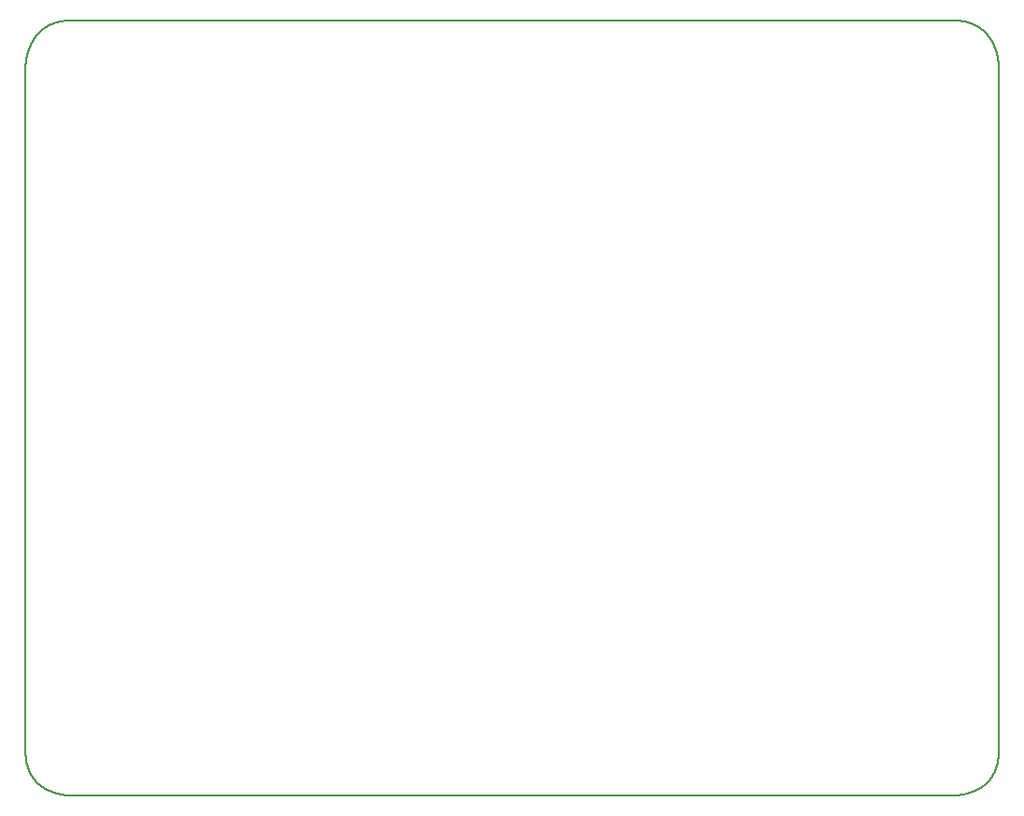
<source format=gbr>
%TF.GenerationSoftware,KiCad,Pcbnew,9.0.0*%
%TF.CreationDate,2025-05-12T01:14:56+07:00*%
%TF.ProjectId,bittheater,62697474-6865-4617-9465-722e6b696361,rev?*%
%TF.SameCoordinates,Original*%
%TF.FileFunction,Profile,NP*%
%FSLAX46Y46*%
G04 Gerber Fmt 4.6, Leading zero omitted, Abs format (unit mm)*
G04 Created by KiCad (PCBNEW 9.0.0) date 2025-05-12 01:14:56*
%MOMM*%
%LPD*%
G01*
G04 APERTURE LIST*
%ADD10C,0.200000*%
%TA.AperFunction,Profile*%
%ADD11C,0.200000*%
%TD*%
G04 APERTURE END LIST*
D10*
X175650000Y-130570000D02*
X175649990Y-130581013D01*
X175649960Y-130592005D01*
X175649910Y-130602978D01*
X175649840Y-130613931D01*
X175649751Y-130624864D01*
X175649641Y-130635777D01*
X175649512Y-130646671D01*
X175649363Y-130657544D01*
X175649194Y-130668398D01*
X175649006Y-130679232D01*
X175648798Y-130690047D01*
X175648570Y-130700842D01*
X175648323Y-130711617D01*
X175648056Y-130722373D01*
X175647770Y-130733109D01*
X175647464Y-130743826D01*
X175647139Y-130754523D01*
X175646795Y-130765201D01*
X175646431Y-130775860D01*
X175646048Y-130786499D01*
X175645645Y-130797119D01*
X175645223Y-130807719D01*
X175644782Y-130818301D01*
X175644322Y-130828863D01*
X175643843Y-130839406D01*
X175643344Y-130849930D01*
X175642826Y-130860435D01*
X175642290Y-130870921D01*
X175641734Y-130881388D01*
X175641159Y-130891835D01*
X175640566Y-130902264D01*
X175639953Y-130912674D01*
X175639321Y-130923066D01*
X175638671Y-130933437D01*
X175638002Y-130943791D01*
X175637314Y-130954126D01*
X175636607Y-130964442D01*
X175635881Y-130974739D01*
X175635137Y-130985018D01*
X175634374Y-130995277D01*
X175633592Y-131005519D01*
X175632792Y-131015741D01*
X175631973Y-131025946D01*
X175631136Y-131036131D01*
X175630280Y-131046299D01*
X175629405Y-131056448D01*
X175628512Y-131066579D01*
X175627601Y-131076690D01*
X175626671Y-131086785D01*
X175625723Y-131096860D01*
X175624757Y-131106917D01*
X175623772Y-131116956D01*
X175622769Y-131126977D01*
X175621747Y-131136980D01*
X175620708Y-131146965D01*
X175619650Y-131156931D01*
X175618574Y-131166880D01*
X175617480Y-131176810D01*
X175616367Y-131186723D01*
X175615237Y-131196617D01*
X175614089Y-131206494D01*
X175612922Y-131216353D01*
X175611738Y-131226194D01*
X175610535Y-131236017D01*
X175609315Y-131245823D01*
X175608077Y-131255610D01*
X175606820Y-131265380D01*
X175605546Y-131275132D01*
X175604254Y-131284867D01*
X175602945Y-131294584D01*
X175601617Y-131304284D01*
X175600272Y-131313965D01*
X175598909Y-131323630D01*
X175597528Y-131333276D01*
X175596129Y-131342907D01*
X175594713Y-131352518D01*
X175593280Y-131362114D01*
X175591828Y-131371690D01*
X175590359Y-131381251D01*
X175588873Y-131390793D01*
X175587369Y-131400319D01*
X175585847Y-131409827D01*
X175584308Y-131419319D01*
X175582752Y-131428792D01*
X175581178Y-131438250D01*
X175579587Y-131447689D01*
X175577978Y-131457113D01*
X175576352Y-131466518D01*
X175574708Y-131475907D01*
X175573048Y-131485278D01*
X175571369Y-131494634D01*
X175569674Y-131503971D01*
X175567962Y-131513293D01*
X175566232Y-131522597D01*
X175564485Y-131531885D01*
X175562721Y-131541155D01*
X175560939Y-131550411D01*
X175559141Y-131559647D01*
X175557325Y-131568869D01*
X175555493Y-131578072D01*
X175553643Y-131587261D01*
X175551777Y-131596431D01*
X175549893Y-131605586D01*
X175547992Y-131614723D01*
X175546074Y-131623846D01*
X175544140Y-131632950D01*
X175542188Y-131642039D01*
X175540219Y-131651111D01*
X175538234Y-131660168D01*
X175536232Y-131669206D01*
X175534212Y-131678231D01*
X175532176Y-131687237D01*
X175530123Y-131696229D01*
X175528054Y-131705202D01*
X175525967Y-131714162D01*
X175523864Y-131723103D01*
X175521744Y-131732031D01*
X175519608Y-131740940D01*
X175517454Y-131749835D01*
X175515285Y-131758712D01*
X175513098Y-131767575D01*
X175510895Y-131776421D01*
X175508675Y-131785252D01*
X175506438Y-131794065D01*
X175504185Y-131802865D01*
X175501916Y-131811647D01*
X175499629Y-131820415D01*
X175497327Y-131829165D01*
X175495007Y-131837902D01*
X175492672Y-131846621D01*
X175490319Y-131855326D01*
X175487951Y-131864013D01*
X175485565Y-131872687D01*
X175483164Y-131881343D01*
X175480745Y-131889986D01*
X175478311Y-131898611D01*
X175475860Y-131907223D01*
X175473393Y-131915817D01*
X175470910Y-131924399D01*
X175468410Y-131932962D01*
X175465894Y-131941512D01*
X175463361Y-131950044D01*
X175460812Y-131958564D01*
X175458248Y-131967066D01*
X175455666Y-131975555D01*
X175453069Y-131984026D01*
X175450455Y-131992485D01*
X175447825Y-132000926D01*
X175445178Y-132009354D01*
X175442517Y-132017764D01*
X175437143Y-132034543D01*
X175431706Y-132051261D01*
X175426203Y-132067920D01*
X175420637Y-132084518D01*
X175415006Y-132101058D01*
X175409310Y-132117537D01*
X175403551Y-132133958D01*
X175397728Y-132150320D01*
X175391841Y-132166624D01*
X175385890Y-132182869D01*
X175379875Y-132199055D01*
X175373797Y-132215184D01*
X175367655Y-132231255D01*
X175361450Y-132247269D01*
X175355181Y-132263225D01*
X175348849Y-132279123D01*
X175342454Y-132294965D01*
X175335995Y-132310750D01*
X175329474Y-132326479D01*
X175322889Y-132342151D01*
X175316241Y-132357767D01*
X175309531Y-132373327D01*
X175302757Y-132388831D01*
X175295920Y-132404280D01*
X175289021Y-132419673D01*
X175282059Y-132435011D01*
X175275034Y-132450294D01*
X175267947Y-132465522D01*
X175260797Y-132480695D01*
X175253584Y-132495814D01*
X175246309Y-132510879D01*
X175238971Y-132525889D01*
X175231571Y-132540846D01*
X175224108Y-132555749D01*
X175216583Y-132570598D01*
X175208995Y-132585393D01*
X175201345Y-132600136D01*
X175193633Y-132614825D01*
X175185858Y-132629462D01*
X175178020Y-132644045D01*
X175170121Y-132658576D01*
X175162159Y-132673055D01*
X175154134Y-132687481D01*
X175146047Y-132701855D01*
X175137898Y-132716177D01*
X175129687Y-132730447D01*
X175121413Y-132744666D01*
X175113076Y-132758833D01*
X175104678Y-132772948D01*
X175096217Y-132787012D01*
X175087693Y-132801025D01*
X175079107Y-132814988D01*
X175070459Y-132828899D01*
X175061748Y-132842759D01*
X175052974Y-132856569D01*
X175044138Y-132870329D01*
X175035239Y-132884038D01*
X175026278Y-132897697D01*
X175017254Y-132911306D01*
X175008168Y-132924865D01*
X174999018Y-132938374D01*
X174989806Y-132951833D01*
X174980532Y-132965243D01*
X174971194Y-132978603D01*
X174961793Y-132991914D01*
X174952330Y-133005176D01*
X174942803Y-133018388D01*
X174933214Y-133031551D01*
X174923561Y-133044666D01*
X174913845Y-133057731D01*
X174904066Y-133070748D01*
X174894223Y-133083716D01*
X174884318Y-133096635D01*
X174874349Y-133109506D01*
X174864316Y-133122328D01*
X174854220Y-133135102D01*
X174844060Y-133147828D01*
X174833836Y-133160505D01*
X174823549Y-133173135D01*
X174813198Y-133185716D01*
X174802783Y-133198249D01*
X174792304Y-133210735D01*
X174781761Y-133223172D01*
X174771153Y-133235562D01*
X174760482Y-133247904D01*
X174749746Y-133260199D01*
X174738946Y-133272445D01*
X174728081Y-133284645D01*
X174717151Y-133296796D01*
X174706157Y-133308901D01*
X174695098Y-133320957D01*
X174683975Y-133332967D01*
X174672786Y-133344929D01*
X174661532Y-133356844D01*
X174650213Y-133368711D01*
X174638829Y-133380532D01*
X174627379Y-133392305D01*
X174615864Y-133404030D01*
X174604283Y-133415709D01*
X174592637Y-133427341D01*
X174580925Y-133438925D01*
X174569147Y-133450462D01*
X174557303Y-133461952D01*
X174545393Y-133473395D01*
X174533416Y-133484791D01*
X174521374Y-133496140D01*
X174509265Y-133507442D01*
X174497089Y-133518696D01*
X174484847Y-133529904D01*
X174472538Y-133541064D01*
X174460162Y-133552177D01*
X174447720Y-133563243D01*
X174435210Y-133574262D01*
X174422633Y-133585234D01*
X174409988Y-133596158D01*
X174397277Y-133607035D01*
X174384497Y-133617865D01*
X174371651Y-133628648D01*
X174358736Y-133639383D01*
X174345754Y-133650071D01*
X174332703Y-133660711D01*
X174319585Y-133671304D01*
X174306398Y-133681849D01*
X174293143Y-133692347D01*
X174279820Y-133702797D01*
X174266428Y-133713199D01*
X174252967Y-133723554D01*
X174239438Y-133733861D01*
X174225840Y-133744119D01*
X174212173Y-133754330D01*
X174198437Y-133764493D01*
X174184632Y-133774608D01*
X174170757Y-133784674D01*
X174156814Y-133794693D01*
X174142800Y-133804663D01*
X174128718Y-133814584D01*
X174114565Y-133824457D01*
X174100343Y-133834281D01*
X174086051Y-133844056D01*
X174071690Y-133853783D01*
X174057258Y-133863460D01*
X174042756Y-133873089D01*
X174028184Y-133882668D01*
X174013542Y-133892198D01*
X173998829Y-133901678D01*
X173984046Y-133911109D01*
X173969193Y-133920491D01*
X173954269Y-133929822D01*
X173939274Y-133939103D01*
X173924209Y-133948335D01*
X173909073Y-133957516D01*
X173893867Y-133966647D01*
X173878589Y-133975727D01*
X173863241Y-133984756D01*
X173847822Y-133993735D01*
X173832331Y-134002663D01*
X173816770Y-134011539D01*
X173801138Y-134020365D01*
X173785435Y-134029138D01*
X173769660Y-134037860D01*
X173753815Y-134046531D01*
X173737898Y-134055149D01*
X173721911Y-134063715D01*
X173705852Y-134072228D01*
X173689722Y-134080689D01*
X173673521Y-134089098D01*
X173657249Y-134097453D01*
X173640907Y-134105755D01*
X173624493Y-134114004D01*
X173608008Y-134122199D01*
X173591452Y-134130340D01*
X173574826Y-134138427D01*
X173558128Y-134146460D01*
X173541360Y-134154439D01*
X173524522Y-134162363D01*
X173507613Y-134170232D01*
X173490633Y-134178045D01*
X173473583Y-134185804D01*
X173456464Y-134193506D01*
X173439274Y-134201153D01*
X173422014Y-134208744D01*
X173404684Y-134216278D01*
X173387285Y-134223756D01*
X173369817Y-134231176D01*
X173352279Y-134238540D01*
X173334672Y-134245846D01*
X173316997Y-134253094D01*
X173299253Y-134260284D01*
X173281441Y-134267416D01*
X173263561Y-134274489D01*
X173245613Y-134281504D01*
X173227598Y-134288459D01*
X173209515Y-134295355D01*
X173191366Y-134302191D01*
X173173151Y-134308967D01*
X173154869Y-134315682D01*
X173136522Y-134322337D01*
X173118110Y-134328930D01*
X173099633Y-134335463D01*
X173081091Y-134341933D01*
X173062486Y-134348342D01*
X173043818Y-134354688D01*
X173025086Y-134360971D01*
X173006293Y-134367191D01*
X172987438Y-134373348D01*
X172968521Y-134379441D01*
X172949545Y-134385470D01*
X172930509Y-134391435D01*
X172911414Y-134397334D01*
X172892261Y-134403168D01*
X172873050Y-134408936D01*
X172853783Y-134414639D01*
X172834460Y-134420275D01*
X172815082Y-134425844D01*
X172795651Y-134431346D01*
X172776166Y-134436780D01*
X172756630Y-134442146D01*
X172737043Y-134447443D01*
X172717407Y-134452672D01*
X172697722Y-134457831D01*
X172677991Y-134462920D01*
X172658213Y-134467940D01*
X172638391Y-134472888D01*
X172618527Y-134477765D01*
X172598621Y-134482571D01*
X172578675Y-134487305D01*
X172558691Y-134491966D01*
X172538671Y-134496554D01*
X172518616Y-134501068D01*
X172498529Y-134505509D01*
X172478411Y-134509875D01*
X172458265Y-134514166D01*
X172438093Y-134518381D01*
X172417898Y-134522521D01*
X172397681Y-134526584D01*
X172377446Y-134530569D01*
X172357195Y-134534477D01*
X172336931Y-134538307D01*
X172316658Y-134542058D01*
X172296378Y-134545730D01*
X172276095Y-134549322D01*
X172255814Y-134552834D01*
X172235536Y-134556264D01*
X172215268Y-134559613D01*
X172195013Y-134562879D01*
X172174776Y-134566063D01*
X172154561Y-134569163D01*
X172134375Y-134572179D01*
X172114222Y-134575110D01*
X172094109Y-134577956D01*
X172074042Y-134580716D01*
X172054028Y-134583389D01*
X172034075Y-134585974D01*
X172014190Y-134588471D01*
X171994382Y-134590880D01*
X171974660Y-134593199D01*
X171955035Y-134595427D01*
X171935518Y-134597565D01*
X171916120Y-134599610D01*
X171896854Y-134601564D01*
X171877736Y-134603423D01*
X171858780Y-134605189D01*
X171840005Y-134606859D01*
X171821431Y-134608434D01*
X171803079Y-134609912D01*
X171784975Y-134611293D01*
X171767146Y-134612575D01*
X171749627Y-134613758D01*
X171732455Y-134614841D01*
X171715675Y-134615823D01*
X171699341Y-134616703D01*
X171683518Y-134617480D01*
X171668290Y-134618153D01*
X171653760Y-134618722D01*
X171640072Y-134619186D01*
X171627427Y-134619544D01*
X171616139Y-134619796D01*
X171606769Y-134619945D01*
X171600000Y-134620000D01*
D11*
X91500000Y-134620000D02*
X171600000Y-134620000D01*
D10*
X91500000Y-64350000D02*
X91489255Y-64350010D01*
X91478529Y-64350040D01*
X91467821Y-64350090D01*
X91457133Y-64350160D01*
X91446463Y-64350249D01*
X91435812Y-64350359D01*
X91425180Y-64350488D01*
X91414567Y-64350637D01*
X91403972Y-64350806D01*
X91393395Y-64350994D01*
X91382838Y-64351202D01*
X91372299Y-64351430D01*
X91361778Y-64351677D01*
X91351276Y-64351944D01*
X91340792Y-64352230D01*
X91330327Y-64352536D01*
X91319880Y-64352862D01*
X91309452Y-64353206D01*
X91299041Y-64353570D01*
X91288649Y-64353954D01*
X91278276Y-64354357D01*
X91267920Y-64354779D01*
X91257583Y-64355220D01*
X91247264Y-64355681D01*
X91236962Y-64356160D01*
X91226680Y-64356659D01*
X91216414Y-64357177D01*
X91206168Y-64357714D01*
X91195938Y-64358271D01*
X91185728Y-64358846D01*
X91175534Y-64359440D01*
X91165359Y-64360053D01*
X91155201Y-64360685D01*
X91145062Y-64361336D01*
X91134940Y-64362006D01*
X91124836Y-64362695D01*
X91114749Y-64363403D01*
X91104680Y-64364129D01*
X91094629Y-64364874D01*
X91084596Y-64365638D01*
X91074579Y-64366421D01*
X91064581Y-64367222D01*
X91054600Y-64368042D01*
X91044637Y-64368881D01*
X91034690Y-64369738D01*
X91024762Y-64370613D01*
X91014850Y-64371508D01*
X91004956Y-64372420D01*
X90995079Y-64373351D01*
X90985220Y-64374301D01*
X90975377Y-64375269D01*
X90965553Y-64376255D01*
X90955744Y-64377260D01*
X90945954Y-64378283D01*
X90936180Y-64379325D01*
X90926424Y-64380384D01*
X90916683Y-64381462D01*
X90906961Y-64382558D01*
X90897255Y-64383673D01*
X90887567Y-64384805D01*
X90877895Y-64385956D01*
X90868240Y-64387125D01*
X90858602Y-64388311D01*
X90848981Y-64389516D01*
X90839376Y-64390739D01*
X90829789Y-64391980D01*
X90820217Y-64393239D01*
X90810663Y-64394516D01*
X90801125Y-64395811D01*
X90791604Y-64397123D01*
X90782099Y-64398454D01*
X90772612Y-64399803D01*
X90763140Y-64401169D01*
X90753685Y-64402553D01*
X90744246Y-64403955D01*
X90734825Y-64405374D01*
X90725418Y-64406812D01*
X90716029Y-64408267D01*
X90706655Y-64409740D01*
X90697299Y-64411230D01*
X90687958Y-64412738D01*
X90678634Y-64414264D01*
X90669325Y-64415807D01*
X90660034Y-64417368D01*
X90650758Y-64418947D01*
X90641499Y-64420543D01*
X90632254Y-64422156D01*
X90623027Y-64423787D01*
X90613815Y-64425435D01*
X90604620Y-64427101D01*
X90595440Y-64428785D01*
X90586277Y-64430485D01*
X90577128Y-64432203D01*
X90567997Y-64433938D01*
X90558880Y-64435691D01*
X90549780Y-64437461D01*
X90540694Y-64439249D01*
X90531626Y-64441053D01*
X90522572Y-64442875D01*
X90513536Y-64444714D01*
X90504513Y-64446570D01*
X90495507Y-64448443D01*
X90486515Y-64450334D01*
X90477541Y-64452242D01*
X90468581Y-64454167D01*
X90459637Y-64456108D01*
X90450708Y-64458068D01*
X90441795Y-64460044D01*
X90432896Y-64462037D01*
X90424015Y-64464047D01*
X90415146Y-64466074D01*
X90406296Y-64468118D01*
X90397458Y-64470180D01*
X90388638Y-64472258D01*
X90379830Y-64474353D01*
X90371041Y-64476465D01*
X90362264Y-64478594D01*
X90353504Y-64480739D01*
X90344757Y-64482902D01*
X90336028Y-64485081D01*
X90327311Y-64487278D01*
X90318612Y-64489491D01*
X90309925Y-64491721D01*
X90301256Y-64493968D01*
X90292599Y-64496231D01*
X90283960Y-64498511D01*
X90275333Y-64500809D01*
X90266723Y-64503122D01*
X90258125Y-64505453D01*
X90249545Y-64507799D01*
X90240977Y-64510164D01*
X90232427Y-64512544D01*
X90223888Y-64514941D01*
X90215367Y-64517354D01*
X90206858Y-64519785D01*
X90198366Y-64522232D01*
X90189886Y-64524696D01*
X90181423Y-64527175D01*
X90164539Y-64532185D01*
X90147712Y-64537261D01*
X90130943Y-64542403D01*
X90114231Y-64547611D01*
X90097577Y-64552884D01*
X90080979Y-64558224D01*
X90064439Y-64563629D01*
X90047955Y-64569099D01*
X90031528Y-64574635D01*
X90015156Y-64580236D01*
X89998841Y-64585903D01*
X89982581Y-64591635D01*
X89966378Y-64597431D01*
X89950229Y-64603293D01*
X89934135Y-64609220D01*
X89918097Y-64615211D01*
X89902113Y-64621268D01*
X89886184Y-64627389D01*
X89870309Y-64633575D01*
X89854488Y-64639825D01*
X89838722Y-64646140D01*
X89823009Y-64652519D01*
X89807349Y-64658963D01*
X89791743Y-64665472D01*
X89776191Y-64672044D01*
X89760691Y-64678681D01*
X89745244Y-64685382D01*
X89729850Y-64692147D01*
X89714508Y-64698977D01*
X89699218Y-64705871D01*
X89683981Y-64712828D01*
X89668796Y-64719850D01*
X89653662Y-64726936D01*
X89638580Y-64734086D01*
X89623549Y-64741300D01*
X89608570Y-64748578D01*
X89593641Y-64755920D01*
X89578764Y-64763326D01*
X89563937Y-64770795D01*
X89549161Y-64778329D01*
X89534435Y-64785927D01*
X89519760Y-64793588D01*
X89505135Y-64801314D01*
X89490559Y-64809103D01*
X89476034Y-64816957D01*
X89461558Y-64824874D01*
X89447132Y-64832855D01*
X89432755Y-64840900D01*
X89418427Y-64849009D01*
X89404148Y-64857183D01*
X89389918Y-64865420D01*
X89375737Y-64873721D01*
X89361605Y-64882086D01*
X89347521Y-64890516D01*
X89333486Y-64899009D01*
X89319499Y-64907567D01*
X89305560Y-64916188D01*
X89291669Y-64924874D01*
X89277826Y-64933625D01*
X89264030Y-64942439D01*
X89250282Y-64951318D01*
X89236582Y-64960261D01*
X89222930Y-64969269D01*
X89209324Y-64978341D01*
X89195766Y-64987477D01*
X89182254Y-64996678D01*
X89168790Y-65005944D01*
X89155373Y-65015275D01*
X89142002Y-65024670D01*
X89128678Y-65034130D01*
X89115401Y-65043655D01*
X89102170Y-65053245D01*
X89088985Y-65062900D01*
X89075847Y-65072620D01*
X89062755Y-65082405D01*
X89049709Y-65092255D01*
X89036709Y-65102171D01*
X89023755Y-65112152D01*
X89010847Y-65122198D01*
X88997985Y-65132310D01*
X88985168Y-65142488D01*
X88972398Y-65152731D01*
X88959672Y-65163040D01*
X88946993Y-65173415D01*
X88934358Y-65183856D01*
X88921769Y-65194363D01*
X88909226Y-65204937D01*
X88896728Y-65215576D01*
X88884274Y-65226282D01*
X88871867Y-65237054D01*
X88859504Y-65247893D01*
X88847186Y-65258799D01*
X88834914Y-65269771D01*
X88822686Y-65280810D01*
X88810504Y-65291916D01*
X88798366Y-65303090D01*
X88786273Y-65314330D01*
X88774225Y-65325638D01*
X88762222Y-65337013D01*
X88750264Y-65348456D01*
X88738351Y-65359966D01*
X88726482Y-65371544D01*
X88714659Y-65383190D01*
X88702880Y-65394904D01*
X88691145Y-65406686D01*
X88679456Y-65418536D01*
X88667811Y-65430454D01*
X88656211Y-65442441D01*
X88644656Y-65454497D01*
X88633145Y-65466621D01*
X88621679Y-65478814D01*
X88610258Y-65491076D01*
X88598882Y-65503407D01*
X88587551Y-65515807D01*
X88576264Y-65528277D01*
X88565022Y-65540816D01*
X88553825Y-65553424D01*
X88542673Y-65566103D01*
X88531566Y-65578851D01*
X88520504Y-65591669D01*
X88509487Y-65604557D01*
X88498515Y-65617515D01*
X88487588Y-65630543D01*
X88476706Y-65643642D01*
X88465869Y-65656812D01*
X88455077Y-65670052D01*
X88444331Y-65683363D01*
X88433630Y-65696745D01*
X88422974Y-65710198D01*
X88412364Y-65723722D01*
X88401800Y-65737317D01*
X88391281Y-65750984D01*
X88380807Y-65764723D01*
X88370380Y-65778533D01*
X88359998Y-65792414D01*
X88349662Y-65806368D01*
X88339372Y-65820394D01*
X88329128Y-65834492D01*
X88318931Y-65848662D01*
X88308779Y-65862904D01*
X88298674Y-65877219D01*
X88288616Y-65891606D01*
X88278604Y-65906067D01*
X88268639Y-65920599D01*
X88258720Y-65935205D01*
X88248849Y-65949884D01*
X88239024Y-65964636D01*
X88229247Y-65979461D01*
X88219517Y-65994359D01*
X88209834Y-66009330D01*
X88200199Y-66024375D01*
X88190611Y-66039494D01*
X88181071Y-66054686D01*
X88171580Y-66069952D01*
X88162136Y-66085291D01*
X88152741Y-66100705D01*
X88143394Y-66116192D01*
X88134095Y-66131754D01*
X88124845Y-66147389D01*
X88115644Y-66163098D01*
X88106492Y-66178882D01*
X88097390Y-66194740D01*
X88088337Y-66210671D01*
X88079333Y-66226678D01*
X88070379Y-66242758D01*
X88061475Y-66258913D01*
X88052621Y-66275142D01*
X88043817Y-66291446D01*
X88035064Y-66307824D01*
X88026361Y-66324276D01*
X88017710Y-66340803D01*
X88009109Y-66357404D01*
X88000560Y-66374079D01*
X87992062Y-66390829D01*
X87983616Y-66407653D01*
X87975222Y-66424551D01*
X87966880Y-66441523D01*
X87958590Y-66458570D01*
X87950354Y-66475691D01*
X87942170Y-66492886D01*
X87934039Y-66510154D01*
X87925961Y-66527497D01*
X87917937Y-66544913D01*
X87909967Y-66562403D01*
X87902051Y-66579967D01*
X87894189Y-66597603D01*
X87886382Y-66615314D01*
X87878630Y-66633097D01*
X87870933Y-66650953D01*
X87863292Y-66668882D01*
X87855706Y-66686883D01*
X87848176Y-66704957D01*
X87840702Y-66723103D01*
X87833285Y-66741321D01*
X87825925Y-66759610D01*
X87818622Y-66777971D01*
X87811376Y-66796403D01*
X87804189Y-66814906D01*
X87797059Y-66833479D01*
X87789988Y-66852122D01*
X87782975Y-66870835D01*
X87776022Y-66889618D01*
X87769128Y-66908469D01*
X87762293Y-66927389D01*
X87755519Y-66946377D01*
X87748805Y-66965433D01*
X87742152Y-66984556D01*
X87735560Y-67003745D01*
X87729029Y-67023001D01*
X87722560Y-67042322D01*
X87716154Y-67061708D01*
X87709810Y-67081158D01*
X87703529Y-67100672D01*
X87697311Y-67120249D01*
X87691157Y-67139888D01*
X87685067Y-67159589D01*
X87679042Y-67179350D01*
X87673082Y-67199171D01*
X87667187Y-67219051D01*
X87661357Y-67238989D01*
X87655594Y-67258984D01*
X87649898Y-67279035D01*
X87644268Y-67299141D01*
X87638706Y-67319301D01*
X87633212Y-67339513D01*
X87627787Y-67359777D01*
X87622430Y-67380091D01*
X87617142Y-67400454D01*
X87611924Y-67420864D01*
X87606777Y-67441320D01*
X87601700Y-67461821D01*
X87596694Y-67482364D01*
X87591760Y-67502948D01*
X87586899Y-67523572D01*
X87582110Y-67544233D01*
X87577394Y-67564929D01*
X87572752Y-67585659D01*
X87568184Y-67606419D01*
X87563692Y-67627209D01*
X87559274Y-67648025D01*
X87554933Y-67668864D01*
X87550668Y-67689725D01*
X87546481Y-67710604D01*
X87542371Y-67731499D01*
X87538339Y-67752405D01*
X87534386Y-67773321D01*
X87530513Y-67794242D01*
X87526720Y-67815164D01*
X87523007Y-67836085D01*
X87519376Y-67856998D01*
X87515828Y-67877901D01*
X87512362Y-67898789D01*
X87508979Y-67919655D01*
X87505681Y-67940496D01*
X87502467Y-67961305D01*
X87499339Y-67982077D01*
X87496298Y-68002804D01*
X87493343Y-68023480D01*
X87490476Y-68044097D01*
X87487699Y-68064648D01*
X87485010Y-68085124D01*
X87482412Y-68105515D01*
X87479905Y-68125812D01*
X87477490Y-68146002D01*
X87475168Y-68166075D01*
X87472940Y-68186017D01*
X87470806Y-68205814D01*
X87468769Y-68225449D01*
X87466828Y-68244906D01*
X87464985Y-68264165D01*
X87463241Y-68283204D01*
X87461597Y-68301997D01*
X87460055Y-68320518D01*
X87458615Y-68338734D01*
X87457279Y-68356607D01*
X87456049Y-68374094D01*
X87454925Y-68391144D01*
X87453911Y-68407692D01*
X87453006Y-68423663D01*
X87452214Y-68438955D01*
X87451536Y-68453439D01*
X87450976Y-68466934D01*
X87450537Y-68479167D01*
X87450223Y-68489684D01*
X87450041Y-68497533D01*
X87450000Y-68500000D01*
D11*
X91500000Y-64350000D02*
X171600000Y-64350000D01*
D10*
X87450000Y-130570000D02*
X87450010Y-130581013D01*
X87450040Y-130592005D01*
X87450090Y-130602978D01*
X87450160Y-130613931D01*
X87450249Y-130624864D01*
X87450359Y-130635777D01*
X87450488Y-130646671D01*
X87450637Y-130657544D01*
X87450806Y-130668398D01*
X87450994Y-130679232D01*
X87451202Y-130690047D01*
X87451430Y-130700842D01*
X87451677Y-130711617D01*
X87451944Y-130722373D01*
X87452230Y-130733109D01*
X87452536Y-130743826D01*
X87452861Y-130754523D01*
X87453205Y-130765201D01*
X87453569Y-130775860D01*
X87453952Y-130786499D01*
X87454355Y-130797119D01*
X87454777Y-130807719D01*
X87455218Y-130818301D01*
X87455678Y-130828863D01*
X87456157Y-130839406D01*
X87456656Y-130849930D01*
X87457174Y-130860435D01*
X87457710Y-130870921D01*
X87458266Y-130881388D01*
X87458841Y-130891835D01*
X87459434Y-130902264D01*
X87460047Y-130912674D01*
X87460679Y-130923066D01*
X87461329Y-130933437D01*
X87461998Y-130943791D01*
X87462686Y-130954126D01*
X87463393Y-130964442D01*
X87464119Y-130974739D01*
X87464863Y-130985018D01*
X87465626Y-130995277D01*
X87466408Y-131005519D01*
X87467208Y-131015741D01*
X87468027Y-131025946D01*
X87468864Y-131036131D01*
X87469720Y-131046299D01*
X87470595Y-131056448D01*
X87471488Y-131066579D01*
X87472399Y-131076690D01*
X87473329Y-131086785D01*
X87474277Y-131096860D01*
X87475243Y-131106917D01*
X87476228Y-131116956D01*
X87477231Y-131126977D01*
X87478253Y-131136980D01*
X87479292Y-131146965D01*
X87480350Y-131156931D01*
X87481426Y-131166880D01*
X87482520Y-131176810D01*
X87483633Y-131186723D01*
X87484763Y-131196617D01*
X87485911Y-131206494D01*
X87487078Y-131216353D01*
X87488262Y-131226194D01*
X87489465Y-131236017D01*
X87490685Y-131245823D01*
X87491923Y-131255610D01*
X87493180Y-131265380D01*
X87494454Y-131275132D01*
X87495746Y-131284867D01*
X87497055Y-131294584D01*
X87498383Y-131304284D01*
X87499728Y-131313965D01*
X87501091Y-131323630D01*
X87502472Y-131333276D01*
X87503871Y-131342907D01*
X87505287Y-131352518D01*
X87506720Y-131362114D01*
X87508172Y-131371690D01*
X87509641Y-131381251D01*
X87511127Y-131390793D01*
X87512631Y-131400319D01*
X87514153Y-131409827D01*
X87515692Y-131419319D01*
X87517248Y-131428792D01*
X87518822Y-131438250D01*
X87520413Y-131447689D01*
X87522022Y-131457113D01*
X87523648Y-131466518D01*
X87525292Y-131475907D01*
X87526952Y-131485278D01*
X87528631Y-131494634D01*
X87530326Y-131503971D01*
X87532038Y-131513293D01*
X87533768Y-131522597D01*
X87535515Y-131531885D01*
X87537279Y-131541155D01*
X87539061Y-131550411D01*
X87540859Y-131559647D01*
X87542675Y-131568869D01*
X87544507Y-131578072D01*
X87546357Y-131587261D01*
X87548223Y-131596431D01*
X87550107Y-131605586D01*
X87552008Y-131614723D01*
X87553926Y-131623846D01*
X87555860Y-131632950D01*
X87557812Y-131642039D01*
X87559781Y-131651111D01*
X87561766Y-131660168D01*
X87563768Y-131669206D01*
X87565788Y-131678231D01*
X87567824Y-131687237D01*
X87569877Y-131696229D01*
X87571946Y-131705202D01*
X87574033Y-131714162D01*
X87576136Y-131723103D01*
X87578256Y-131732031D01*
X87580392Y-131740940D01*
X87582546Y-131749835D01*
X87584715Y-131758712D01*
X87586902Y-131767575D01*
X87589105Y-131776421D01*
X87591325Y-131785252D01*
X87593562Y-131794065D01*
X87595815Y-131802865D01*
X87598084Y-131811647D01*
X87600371Y-131820415D01*
X87602673Y-131829165D01*
X87604993Y-131837902D01*
X87607328Y-131846621D01*
X87609681Y-131855326D01*
X87612049Y-131864013D01*
X87614435Y-131872687D01*
X87616836Y-131881343D01*
X87619255Y-131889986D01*
X87621689Y-131898611D01*
X87624140Y-131907223D01*
X87626607Y-131915817D01*
X87629090Y-131924399D01*
X87631590Y-131932962D01*
X87634106Y-131941512D01*
X87636639Y-131950044D01*
X87639188Y-131958564D01*
X87641752Y-131967066D01*
X87644334Y-131975555D01*
X87646931Y-131984026D01*
X87649545Y-131992485D01*
X87652175Y-132000926D01*
X87654822Y-132009354D01*
X87657483Y-132017764D01*
X87662857Y-132034543D01*
X87668294Y-132051261D01*
X87673797Y-132067920D01*
X87679363Y-132084518D01*
X87684994Y-132101058D01*
X87690690Y-132117537D01*
X87696449Y-132133958D01*
X87702272Y-132150320D01*
X87708159Y-132166624D01*
X87714110Y-132182869D01*
X87720125Y-132199055D01*
X87726203Y-132215184D01*
X87732345Y-132231255D01*
X87738550Y-132247269D01*
X87744819Y-132263225D01*
X87751151Y-132279123D01*
X87757546Y-132294965D01*
X87764005Y-132310750D01*
X87770526Y-132326479D01*
X87777111Y-132342151D01*
X87783759Y-132357767D01*
X87790469Y-132373327D01*
X87797243Y-132388831D01*
X87804080Y-132404280D01*
X87810979Y-132419673D01*
X87817941Y-132435011D01*
X87824966Y-132450294D01*
X87832053Y-132465522D01*
X87839203Y-132480695D01*
X87846416Y-132495814D01*
X87853691Y-132510879D01*
X87861029Y-132525889D01*
X87868429Y-132540846D01*
X87875892Y-132555749D01*
X87883417Y-132570598D01*
X87891005Y-132585393D01*
X87898655Y-132600136D01*
X87906367Y-132614825D01*
X87914142Y-132629462D01*
X87921980Y-132644045D01*
X87929879Y-132658576D01*
X87937841Y-132673055D01*
X87945866Y-132687481D01*
X87953953Y-132701855D01*
X87962102Y-132716177D01*
X87970313Y-132730447D01*
X87978587Y-132744666D01*
X87986924Y-132758833D01*
X87995322Y-132772948D01*
X88003783Y-132787012D01*
X88012307Y-132801025D01*
X88020893Y-132814988D01*
X88029541Y-132828899D01*
X88038252Y-132842759D01*
X88047026Y-132856569D01*
X88055862Y-132870329D01*
X88064761Y-132884038D01*
X88073722Y-132897697D01*
X88082746Y-132911306D01*
X88091832Y-132924865D01*
X88100982Y-132938374D01*
X88110194Y-132951833D01*
X88119468Y-132965243D01*
X88128806Y-132978603D01*
X88138207Y-132991914D01*
X88147670Y-133005176D01*
X88157197Y-133018388D01*
X88166786Y-133031551D01*
X88176439Y-133044666D01*
X88186155Y-133057731D01*
X88195934Y-133070748D01*
X88205777Y-133083716D01*
X88215682Y-133096635D01*
X88225651Y-133109506D01*
X88235684Y-133122328D01*
X88245780Y-133135102D01*
X88255940Y-133147828D01*
X88266164Y-133160505D01*
X88276451Y-133173135D01*
X88286802Y-133185716D01*
X88297217Y-133198249D01*
X88307696Y-133210735D01*
X88318239Y-133223172D01*
X88328847Y-133235562D01*
X88339518Y-133247904D01*
X88350254Y-133260199D01*
X88361054Y-133272445D01*
X88371919Y-133284645D01*
X88382849Y-133296796D01*
X88393843Y-133308901D01*
X88404902Y-133320957D01*
X88416025Y-133332967D01*
X88427214Y-133344929D01*
X88438468Y-133356844D01*
X88449787Y-133368711D01*
X88461171Y-133380532D01*
X88472621Y-133392305D01*
X88484136Y-133404030D01*
X88495717Y-133415709D01*
X88507363Y-133427341D01*
X88519075Y-133438925D01*
X88530853Y-133450462D01*
X88542697Y-133461952D01*
X88554607Y-133473395D01*
X88566584Y-133484791D01*
X88578626Y-133496140D01*
X88590735Y-133507442D01*
X88602911Y-133518696D01*
X88615153Y-133529904D01*
X88627462Y-133541064D01*
X88639838Y-133552177D01*
X88652280Y-133563243D01*
X88664790Y-133574262D01*
X88677367Y-133585234D01*
X88690012Y-133596158D01*
X88702723Y-133607035D01*
X88715503Y-133617865D01*
X88728349Y-133628648D01*
X88741264Y-133639383D01*
X88754246Y-133650071D01*
X88767297Y-133660711D01*
X88780415Y-133671304D01*
X88793602Y-133681849D01*
X88806857Y-133692347D01*
X88820180Y-133702797D01*
X88833572Y-133713199D01*
X88847033Y-133723554D01*
X88860562Y-133733861D01*
X88874160Y-133744119D01*
X88887827Y-133754330D01*
X88901563Y-133764493D01*
X88915368Y-133774608D01*
X88929243Y-133784674D01*
X88943186Y-133794693D01*
X88957200Y-133804663D01*
X88971282Y-133814584D01*
X88985435Y-133824457D01*
X88999657Y-133834281D01*
X89013949Y-133844056D01*
X89028310Y-133853783D01*
X89042742Y-133863460D01*
X89057244Y-133873089D01*
X89071816Y-133882668D01*
X89086458Y-133892198D01*
X89101171Y-133901678D01*
X89115954Y-133911109D01*
X89130807Y-133920491D01*
X89145731Y-133929822D01*
X89160726Y-133939103D01*
X89175791Y-133948335D01*
X89190927Y-133957516D01*
X89206133Y-133966647D01*
X89221411Y-133975727D01*
X89236759Y-133984756D01*
X89252178Y-133993735D01*
X89267669Y-134002663D01*
X89283230Y-134011539D01*
X89298862Y-134020365D01*
X89314565Y-134029138D01*
X89330340Y-134037860D01*
X89346185Y-134046531D01*
X89362102Y-134055149D01*
X89378089Y-134063715D01*
X89394148Y-134072228D01*
X89410278Y-134080689D01*
X89426479Y-134089098D01*
X89442751Y-134097453D01*
X89459093Y-134105755D01*
X89475507Y-134114004D01*
X89491992Y-134122199D01*
X89508548Y-134130340D01*
X89525174Y-134138427D01*
X89541872Y-134146460D01*
X89558640Y-134154439D01*
X89575478Y-134162363D01*
X89592387Y-134170232D01*
X89609367Y-134178045D01*
X89626417Y-134185804D01*
X89643536Y-134193506D01*
X89660726Y-134201153D01*
X89677986Y-134208744D01*
X89695316Y-134216278D01*
X89712715Y-134223756D01*
X89730183Y-134231176D01*
X89747721Y-134238540D01*
X89765328Y-134245846D01*
X89783003Y-134253094D01*
X89800747Y-134260284D01*
X89818559Y-134267416D01*
X89836439Y-134274489D01*
X89854387Y-134281504D01*
X89872402Y-134288459D01*
X89890485Y-134295355D01*
X89908634Y-134302191D01*
X89926849Y-134308967D01*
X89945131Y-134315682D01*
X89963478Y-134322337D01*
X89981890Y-134328930D01*
X90000367Y-134335463D01*
X90018909Y-134341933D01*
X90037514Y-134348342D01*
X90056182Y-134354688D01*
X90074914Y-134360971D01*
X90093707Y-134367191D01*
X90112562Y-134373348D01*
X90131479Y-134379441D01*
X90150455Y-134385470D01*
X90169491Y-134391435D01*
X90188586Y-134397334D01*
X90207739Y-134403168D01*
X90226950Y-134408936D01*
X90246217Y-134414639D01*
X90265540Y-134420275D01*
X90284918Y-134425844D01*
X90304349Y-134431346D01*
X90323834Y-134436780D01*
X90343370Y-134442146D01*
X90362957Y-134447443D01*
X90382593Y-134452672D01*
X90402278Y-134457831D01*
X90422009Y-134462920D01*
X90441787Y-134467940D01*
X90461609Y-134472888D01*
X90481473Y-134477765D01*
X90501379Y-134482571D01*
X90521325Y-134487305D01*
X90541309Y-134491966D01*
X90561329Y-134496554D01*
X90581384Y-134501068D01*
X90601471Y-134505509D01*
X90621589Y-134509875D01*
X90641735Y-134514166D01*
X90661907Y-134518381D01*
X90682102Y-134522521D01*
X90702319Y-134526584D01*
X90722554Y-134530569D01*
X90742805Y-134534477D01*
X90763069Y-134538307D01*
X90783342Y-134542058D01*
X90803622Y-134545730D01*
X90823905Y-134549322D01*
X90844186Y-134552834D01*
X90864464Y-134556264D01*
X90884732Y-134559613D01*
X90904987Y-134562879D01*
X90925224Y-134566063D01*
X90945439Y-134569163D01*
X90965625Y-134572179D01*
X90985778Y-134575110D01*
X91005891Y-134577956D01*
X91025958Y-134580716D01*
X91045972Y-134583389D01*
X91065925Y-134585974D01*
X91085810Y-134588471D01*
X91105618Y-134590880D01*
X91125340Y-134593199D01*
X91144965Y-134595427D01*
X91164482Y-134597565D01*
X91183880Y-134599610D01*
X91203146Y-134601564D01*
X91222264Y-134603423D01*
X91241220Y-134605189D01*
X91259995Y-134606859D01*
X91278569Y-134608434D01*
X91296921Y-134609912D01*
X91315025Y-134611293D01*
X91332854Y-134612575D01*
X91350373Y-134613758D01*
X91367545Y-134614841D01*
X91384325Y-134615823D01*
X91400659Y-134616703D01*
X91416482Y-134617480D01*
X91431710Y-134618153D01*
X91446240Y-134618722D01*
X91459928Y-134619186D01*
X91472573Y-134619544D01*
X91483861Y-134619796D01*
X91493231Y-134619945D01*
X91500000Y-134620000D01*
X171600000Y-64350000D02*
X171610879Y-64350010D01*
X171621739Y-64350040D01*
X171632580Y-64350090D01*
X171643400Y-64350160D01*
X171654202Y-64350249D01*
X171664984Y-64350359D01*
X171675747Y-64350488D01*
X171686491Y-64350637D01*
X171697215Y-64350806D01*
X171707920Y-64350994D01*
X171718606Y-64351202D01*
X171729273Y-64351430D01*
X171739921Y-64351677D01*
X171750549Y-64351944D01*
X171761159Y-64352230D01*
X171771749Y-64352536D01*
X171782321Y-64352861D01*
X171792874Y-64353206D01*
X171803407Y-64353570D01*
X171813922Y-64353953D01*
X171824419Y-64354356D01*
X171834896Y-64354778D01*
X171845354Y-64355219D01*
X171855794Y-64355679D01*
X171866215Y-64356159D01*
X171876618Y-64356657D01*
X171887002Y-64357175D01*
X171897367Y-64357712D01*
X171907714Y-64358268D01*
X171918042Y-64358843D01*
X171928352Y-64359437D01*
X171938643Y-64360050D01*
X171948916Y-64360681D01*
X171959170Y-64361332D01*
X171969407Y-64362002D01*
X171979624Y-64362690D01*
X171989824Y-64363397D01*
X172000005Y-64364123D01*
X172010169Y-64364868D01*
X172020314Y-64365631D01*
X172030441Y-64366413D01*
X172040549Y-64367214D01*
X172050640Y-64368033D01*
X172060713Y-64368871D01*
X172070768Y-64369728D01*
X172080804Y-64370602D01*
X172090823Y-64371496D01*
X172100824Y-64372408D01*
X172110807Y-64373338D01*
X172120772Y-64374287D01*
X172130720Y-64375254D01*
X172140649Y-64376239D01*
X172150562Y-64377243D01*
X172160456Y-64378265D01*
X172170333Y-64379306D01*
X172180191Y-64380364D01*
X172190033Y-64381441D01*
X172199857Y-64382536D01*
X172209664Y-64383649D01*
X172219452Y-64384780D01*
X172229224Y-64385930D01*
X172238977Y-64387097D01*
X172248715Y-64388283D01*
X172258433Y-64389486D01*
X172268136Y-64390708D01*
X172277820Y-64391947D01*
X172287488Y-64393204D01*
X172297137Y-64394480D01*
X172306771Y-64395773D01*
X172316386Y-64397084D01*
X172325986Y-64398413D01*
X172335567Y-64399759D01*
X172345132Y-64401124D01*
X172354679Y-64402506D01*
X172364210Y-64403906D01*
X172373723Y-64405323D01*
X172383221Y-64406759D01*
X172392700Y-64408211D01*
X172402163Y-64409682D01*
X172411609Y-64411170D01*
X172421039Y-64412676D01*
X172430451Y-64414199D01*
X172439847Y-64415740D01*
X172449226Y-64417298D01*
X172458589Y-64418874D01*
X172467934Y-64420467D01*
X172477264Y-64422078D01*
X172486576Y-64423706D01*
X172495873Y-64425352D01*
X172505152Y-64427015D01*
X172514416Y-64428695D01*
X172523661Y-64430392D01*
X172532893Y-64432107D01*
X172542106Y-64433839D01*
X172551304Y-64435589D01*
X172560485Y-64437355D01*
X172569651Y-64439139D01*
X172578798Y-64440940D01*
X172587932Y-64442759D01*
X172597047Y-64444594D01*
X172606148Y-64446446D01*
X172615231Y-64448316D01*
X172624300Y-64450203D01*
X172633351Y-64452106D01*
X172642388Y-64454027D01*
X172651407Y-64455965D01*
X172660412Y-64457920D01*
X172669399Y-64459891D01*
X172678372Y-64461880D01*
X172687327Y-64463886D01*
X172696268Y-64465908D01*
X172705192Y-64467948D01*
X172714102Y-64470004D01*
X172722994Y-64472077D01*
X172731872Y-64474168D01*
X172740732Y-64476274D01*
X172749579Y-64478398D01*
X172758408Y-64480539D01*
X172767224Y-64482696D01*
X172776022Y-64484870D01*
X172784807Y-64487061D01*
X172793574Y-64489268D01*
X172802327Y-64491493D01*
X172811063Y-64493733D01*
X172819786Y-64495991D01*
X172828491Y-64498265D01*
X172837183Y-64500556D01*
X172845857Y-64502863D01*
X172854519Y-64505188D01*
X172863162Y-64507528D01*
X172871793Y-64509886D01*
X172880407Y-64512259D01*
X172889007Y-64514650D01*
X172897590Y-64517056D01*
X172906160Y-64519480D01*
X172914713Y-64521919D01*
X172923253Y-64524376D01*
X172931775Y-64526848D01*
X172940285Y-64529338D01*
X172948778Y-64531843D01*
X172957258Y-64534365D01*
X172965720Y-64536903D01*
X172974171Y-64539458D01*
X172982603Y-64542029D01*
X172991024Y-64544617D01*
X172999427Y-64547221D01*
X173016191Y-64552477D01*
X173032897Y-64557799D01*
X173049544Y-64563186D01*
X173066132Y-64568638D01*
X173082662Y-64574155D01*
X173099134Y-64579737D01*
X173115548Y-64585383D01*
X173131904Y-64591094D01*
X173148203Y-64596870D01*
X173164445Y-64602710D01*
X173180629Y-64608614D01*
X173196757Y-64614583D01*
X173212829Y-64620616D01*
X173228844Y-64626713D01*
X173244802Y-64632874D01*
X173260705Y-64639099D01*
X173276552Y-64645388D01*
X173292344Y-64651741D01*
X173308080Y-64658158D01*
X173323761Y-64664638D01*
X173339386Y-64671183D01*
X173354958Y-64677790D01*
X173370474Y-64684462D01*
X173385936Y-64691196D01*
X173401344Y-64697995D01*
X173416698Y-64704857D01*
X173431998Y-64711782D01*
X173447244Y-64718770D01*
X173462437Y-64725822D01*
X173477577Y-64732938D01*
X173492663Y-64740116D01*
X173507696Y-64747358D01*
X173522677Y-64754663D01*
X173537605Y-64762031D01*
X173552481Y-64769462D01*
X173567304Y-64776957D01*
X173582076Y-64784514D01*
X173596795Y-64792135D01*
X173611462Y-64799819D01*
X173626078Y-64807566D01*
X173640643Y-64815376D01*
X173655156Y-64823250D01*
X173669618Y-64831186D01*
X173684030Y-64839185D01*
X173698390Y-64847248D01*
X173712700Y-64855374D01*
X173726959Y-64863563D01*
X173741167Y-64871815D01*
X173755326Y-64880130D01*
X173769434Y-64888508D01*
X173783493Y-64896950D01*
X173797502Y-64905455D01*
X173811460Y-64914023D01*
X173825370Y-64922655D01*
X173839230Y-64931349D01*
X173853041Y-64940107D01*
X173866802Y-64948929D01*
X173880515Y-64957814D01*
X173894178Y-64966762D01*
X173907793Y-64975774D01*
X173921359Y-64984849D01*
X173934877Y-64993988D01*
X173948346Y-65003191D01*
X173961767Y-65012457D01*
X173975139Y-65021788D01*
X173988464Y-65031181D01*
X174001740Y-65040639D01*
X174014969Y-65050161D01*
X174028150Y-65059747D01*
X174041283Y-65069396D01*
X174054368Y-65079110D01*
X174067406Y-65088888D01*
X174080396Y-65098730D01*
X174093339Y-65108637D01*
X174106235Y-65118608D01*
X174119084Y-65128643D01*
X174131886Y-65138743D01*
X174144640Y-65148907D01*
X174157348Y-65159137D01*
X174170008Y-65169431D01*
X174182622Y-65179790D01*
X174195189Y-65190213D01*
X174207710Y-65200702D01*
X174220184Y-65211256D01*
X174232611Y-65221875D01*
X174244992Y-65232560D01*
X174257327Y-65243310D01*
X174269615Y-65254125D01*
X174281856Y-65265006D01*
X174294052Y-65275953D01*
X174306201Y-65286965D01*
X174318304Y-65298044D01*
X174330361Y-65309188D01*
X174342372Y-65320399D01*
X174354336Y-65331675D01*
X174366255Y-65343018D01*
X174378128Y-65354428D01*
X174389954Y-65365904D01*
X174401735Y-65377446D01*
X174413470Y-65389056D01*
X174425158Y-65400732D01*
X174436801Y-65412475D01*
X174448398Y-65424285D01*
X174459949Y-65436163D01*
X174471454Y-65448108D01*
X174482913Y-65460120D01*
X174494326Y-65472200D01*
X174505694Y-65484347D01*
X174517015Y-65496563D01*
X174528291Y-65508846D01*
X174539520Y-65521197D01*
X174550704Y-65533616D01*
X174561842Y-65546104D01*
X174572934Y-65558660D01*
X174583979Y-65571285D01*
X174594979Y-65583978D01*
X174605933Y-65596740D01*
X174616840Y-65609570D01*
X174627702Y-65622470D01*
X174638517Y-65635439D01*
X174649286Y-65648477D01*
X174660009Y-65661585D01*
X174670686Y-65674762D01*
X174681316Y-65688009D01*
X174691900Y-65701325D01*
X174702437Y-65714711D01*
X174712928Y-65728167D01*
X174723372Y-65741694D01*
X174733770Y-65755290D01*
X174744121Y-65768957D01*
X174754425Y-65782694D01*
X174764683Y-65796502D01*
X174774893Y-65810381D01*
X174785056Y-65824330D01*
X174795173Y-65838350D01*
X174805242Y-65852441D01*
X174815264Y-65866604D01*
X174825238Y-65880837D01*
X174835165Y-65895142D01*
X174845045Y-65909518D01*
X174854876Y-65923966D01*
X174864660Y-65938486D01*
X174874397Y-65953077D01*
X174884085Y-65967740D01*
X174893725Y-65982475D01*
X174903316Y-65997282D01*
X174912860Y-66012161D01*
X174922355Y-66027113D01*
X174931801Y-66042136D01*
X174941199Y-66057232D01*
X174950547Y-66072401D01*
X174959847Y-66087642D01*
X174969097Y-66102956D01*
X174978299Y-66118342D01*
X174987450Y-66133801D01*
X174996552Y-66149333D01*
X175005605Y-66164938D01*
X175014607Y-66180615D01*
X175023559Y-66196366D01*
X175032461Y-66212189D01*
X175041313Y-66228086D01*
X175050114Y-66244056D01*
X175058864Y-66260098D01*
X175067563Y-66276214D01*
X175076211Y-66292404D01*
X175084808Y-66308666D01*
X175093353Y-66325001D01*
X175101846Y-66341410D01*
X175110288Y-66357892D01*
X175118677Y-66374446D01*
X175127014Y-66391075D01*
X175135299Y-66407776D01*
X175143530Y-66424550D01*
X175151709Y-66441397D01*
X175159835Y-66458318D01*
X175167907Y-66475311D01*
X175175925Y-66492377D01*
X175183890Y-66509516D01*
X175191800Y-66526727D01*
X175199656Y-66544012D01*
X175207457Y-66561368D01*
X175215204Y-66578797D01*
X175222895Y-66596299D01*
X175230531Y-66613873D01*
X175238112Y-66631518D01*
X175245637Y-66649236D01*
X175253105Y-66667025D01*
X175260517Y-66684885D01*
X175267872Y-66702817D01*
X175275171Y-66720820D01*
X175282412Y-66738894D01*
X175289595Y-66757038D01*
X175296721Y-66775253D01*
X175303788Y-66793538D01*
X175310798Y-66811893D01*
X175317748Y-66830317D01*
X175324639Y-66848810D01*
X175331471Y-66867373D01*
X175338244Y-66886003D01*
X175344956Y-66904702D01*
X175351608Y-66923468D01*
X175358199Y-66942302D01*
X175364730Y-66961203D01*
X175371199Y-66980170D01*
X175377606Y-66999202D01*
X175383952Y-67018301D01*
X175390235Y-67037463D01*
X175396455Y-67056691D01*
X175402612Y-67075981D01*
X175408706Y-67095335D01*
X175414736Y-67114751D01*
X175420702Y-67134229D01*
X175426603Y-67153767D01*
X175432440Y-67173366D01*
X175438211Y-67193024D01*
X175443916Y-67212740D01*
X175449555Y-67232514D01*
X175455127Y-67252345D01*
X175460633Y-67272231D01*
X175466071Y-67292172D01*
X175471442Y-67312167D01*
X175476744Y-67332214D01*
X175481977Y-67352312D01*
X175487142Y-67372461D01*
X175492237Y-67392658D01*
X175497262Y-67412903D01*
X175502217Y-67433193D01*
X175507100Y-67453529D01*
X175511913Y-67473907D01*
X175516653Y-67494326D01*
X175521322Y-67514786D01*
X175525917Y-67535283D01*
X175530439Y-67555816D01*
X175534888Y-67576383D01*
X175539262Y-67596982D01*
X175543561Y-67617610D01*
X175547785Y-67638266D01*
X175551934Y-67658947D01*
X175556005Y-67679650D01*
X175560000Y-67700373D01*
X175563918Y-67721113D01*
X175567758Y-67741866D01*
X175571519Y-67762631D01*
X175575201Y-67783402D01*
X175578803Y-67804178D01*
X175582325Y-67824953D01*
X175585766Y-67845725D01*
X175589126Y-67866489D01*
X175592403Y-67887240D01*
X175595598Y-67907974D01*
X175598710Y-67928685D01*
X175601738Y-67949369D01*
X175604681Y-67970020D01*
X175607539Y-67990631D01*
X175610310Y-68011196D01*
X175612996Y-68031708D01*
X175615594Y-68052160D01*
X175618104Y-68072543D01*
X175620525Y-68092849D01*
X175622857Y-68113068D01*
X175625099Y-68133190D01*
X175627250Y-68153204D01*
X175629309Y-68173097D01*
X175631276Y-68192857D01*
X175633149Y-68212469D01*
X175634929Y-68231917D01*
X175636614Y-68251182D01*
X175638203Y-68270246D01*
X175639696Y-68289086D01*
X175641091Y-68307676D01*
X175642388Y-68325988D01*
X175643586Y-68343989D01*
X175644684Y-68361640D01*
X175645681Y-68378898D01*
X175646576Y-68395708D01*
X175647369Y-68412005D01*
X175648058Y-68427707D01*
X175648643Y-68442712D01*
X175649122Y-68456879D01*
X175649496Y-68470015D01*
X175649765Y-68481820D01*
X175649929Y-68491774D01*
X175649996Y-68498713D01*
X175650000Y-68500000D01*
D11*
X175650000Y-68500000D02*
X175650000Y-130570000D01*
X87450000Y-68500000D02*
X87450000Y-130570000D01*
M02*

</source>
